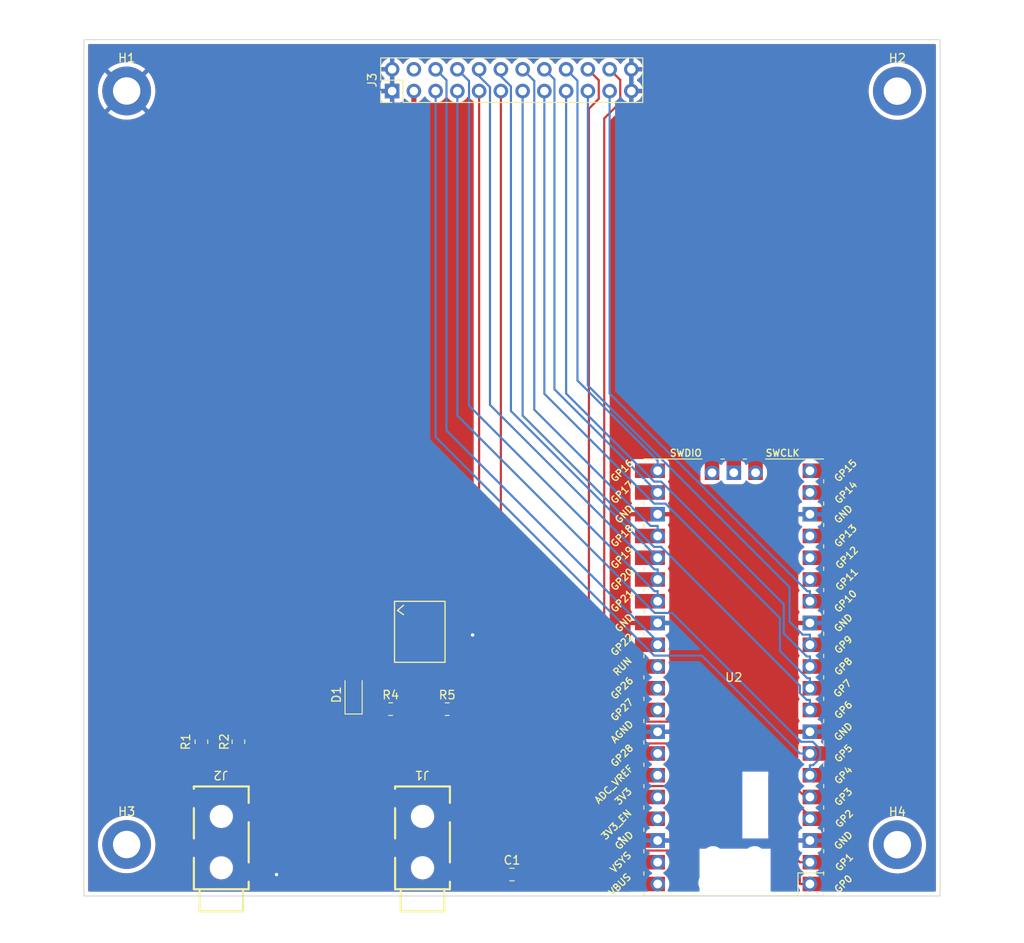
<source format=kicad_pcb>
(kicad_pcb (version 20211014) (generator pcbnew)
  (layers (0 "F.Cu" signal) (31 "B.Cu" signal) (34 "B.Paste" user) (35 "F.Paste" user) (36 "B.SilkS" user "B.Silkscreen") (37 "F.SilkS" user "F.Silkscreen") (38 "B.Mask" user) (39 "F.Mask" user) (44 "Edge.Cuts" user))
  (net 0 "")
  (net 1 "GND")
  (net 3 "+3V3")
  (net 5 "/SCL1")
  (net 6 "/LED_4")
  (net 7 "/SDA1")
  (net 8 "/LED_3")
  (net 9 "/LED_2")
  (net 10 "/BTN_4")
  (net 11 "/LED_1")
  (net 12 "/BTN_3")
  (net 13 "/BTN_2")
  (net 14 "/BTN_5")
  (net 15 "/BTN_1")
  (net 16 "/BTN_6")
  (net 17 "/LED_5")
  (net 18 "/BTN_7")
  (net 19 "/LED_6")
  (net 20 "/SCL2")
  (net 21 "/LED_7")
  (net 22 "/SDA2")
  (net 23 "/Tx")
  (net 25 "/Rx")
  (net 40 "Net-(J1-Pad1)")
  (net 41 "Net-(D1-Pad1)")
  (net 42 "Net-(D1-Pad2)")
  (net 43 "Net-(R4-Pad2)")
  (net 44 "Net-(R1-Pad2)")
  (net 45 "Net-(R2-Pad1)")
  (footprint "Resistor_SMD:R_0805_2012Metric" (layer "F.Cu") (at 106.934 122.682)
    (fp_text reference "R5" (at 0 -1.65) (layer "F.SilkS"))
    (fp_text value "270R")
    (fp_line (start -0.227064 0.735) (end 0.227064 0.735) (layer "F.SilkS") (width 0.12))
    (fp_line (start -0.227064 -0.735) (end 0.227064 -0.735) (layer "F.SilkS") (width 0.12))
    (pad "1" smd roundrect (at -0.9125 0) (size 1.025 1.4) (layers "F.Cu" "F.Paste" "F.Mask") (roundrect_rratio 0.243902439) (net 3 "+3V3"))
    (pad "2" smd roundrect (at 0.9125 0) (size 1.025 1.4) (layers "F.Cu" "F.Paste" "F.Mask") (roundrect_rratio 0.243902439) (net 25 "/Rx"))
  )
  (footprint "Connector_PinHeader_2.54mm:PinHeader_2x12_P2.54mm_Vertical" (layer "F.Cu") (at 100.5 50.5 90)
    (fp_text reference "J3" (at 1.27 -2.33 90) (layer "F.SilkS"))
    (fp_text value "Conn_02x12_Top_Bottom")
    (fp_line (start -1.33 0) (end -1.33 -1.33) (layer "F.SilkS") (width 0.12))
    (fp_line (start 1.27 1.27) (end 1.27 -1.33) (layer "F.SilkS") (width 0.12))
    (fp_line (start 1.27 -1.33) (end 3.87 -1.33) (layer "F.SilkS") (width 0.12))
    (fp_line (start -1.33 1.27) (end -1.33 29.27) (layer "F.SilkS") (width 0.12))
    (fp_line (start 3.87 -1.33) (end 3.87 29.27) (layer "F.SilkS") (width 0.12))
    (fp_line (start -1.33 -1.33) (end 0 -1.33) (layer "F.SilkS") (width 0.12))
    (fp_line (start -1.33 1.27) (end 1.27 1.27) (layer "F.SilkS") (width 0.12))
    (fp_line (start -1.33 29.27) (end 3.87 29.27) (layer "F.SilkS") (width 0.12))
    (pad "1" thru_hole rect (at 0 0 90) (size 1.7 1.7) (drill 1) (layers *.Cu *.Mask) (net 1 "GND"))
    (pad "2" thru_hole oval (at 2.54 0 90) (size 1.7 1.7) (drill 1) (layers *.Cu *.Mask) (net 1 "GND"))
    (pad "3" thru_hole oval (at 0 2.54 90) (size 1.7 1.7) (drill 1) (layers *.Cu *.Mask) (net 3 "+3V3"))
    (pad "4" thru_hole oval (at 2.54 2.54 90) (size 1.7 1.7) (drill 1) (layers *.Cu *.Mask))
    (pad "5" thru_hole oval (at 0 5.08 90) (size 1.7 1.7) (drill 1) (layers *.Cu *.Mask) (net 5 "/SCL1"))
    (pad "6" thru_hole oval (at 2.54 5.08 90) (size 1.7 1.7) (drill 1) (layers *.Cu *.Mask) (net 6 "/LED_4"))
    (pad "7" thru_hole oval (at 0 7.62 90) (size 1.7 1.7) (drill 1) (layers *.Cu *.Mask) (net 7 "/SDA1"))
    (pad "8" thru_hole oval (at 2.54 7.62 90) (size 1.7 1.7) (drill 1) (layers *.Cu *.Mask) (net 8 "/LED_3"))
    (pad "9" thru_hole oval (at 0 10.16 90) (size 1.7 1.7) (drill 1) (layers *.Cu *.Mask) (net 9 "/LED_2"))
    (pad "10" thru_hole oval (at 2.54 10.16 90) (size 1.7 1.7) (drill 1) (layers *.Cu *.Mask) (net 10 "/BTN_4"))
    (pad "11" thru_hole oval (at 0 12.7 90) (size 1.7 1.7) (drill 1) (layers *.Cu *.Mask) (net 11 "/LED_1"))
    (pad "12" thru_hole oval (at 2.54 12.7 90) (size 1.7 1.7) (drill 1) (layers *.Cu *.Mask) (net 12 "/BTN_3"))
    (pad "13" thru_hole oval (at 0 15.24 90) (size 1.7 1.7) (drill 1) (layers *.Cu *.Mask) (net 13 "/BTN_2"))
    (pad "14" thru_hole oval (at 2.54 15.24 90) (size 1.7 1.7) (drill 1) (layers *.Cu *.Mask) (net 14 "/BTN_5"))
    (pad "15" thru_hole oval (at 0 17.78 90) (size 1.7 1.7) (drill 1) (layers *.Cu *.Mask) (net 15 "/BTN_1"))
    (pad "16" thru_hole oval (at 2.54 17.78 90) (size 1.7 1.7) (drill 1) (layers *.Cu *.Mask) (net 16 "/BTN_6"))
    (pad "17" thru_hole oval (at 0 20.32 90) (size 1.7 1.7) (drill 1) (layers *.Cu *.Mask) (net 17 "/LED_5"))
    (pad "18" thru_hole oval (at 2.54 20.32 90) (size 1.7 1.7) (drill 1) (layers *.Cu *.Mask) (net 18 "/BTN_7"))
    (pad "19" thru_hole oval (at 0 22.86 90) (size 1.7 1.7) (drill 1) (layers *.Cu *.Mask) (net 19 "/LED_6"))
    (pad "20" thru_hole oval (at 2.54 22.86 90) (size 1.7 1.7) (drill 1) (layers *.Cu *.Mask) (net 20 "/SCL2"))
    (pad "21" thru_hole oval (at 0 25.4 90) (size 1.7 1.7) (drill 1) (layers *.Cu *.Mask) (net 21 "/LED_7"))
    (pad "22" thru_hole oval (at 2.54 25.4 90) (size 1.7 1.7) (drill 1) (layers *.Cu *.Mask) (net 22 "/SDA2"))
    (pad "23" thru_hole oval (at 0 27.94 90) (size 1.7 1.7) (drill 1) (layers *.Cu *.Mask) (net 1 "GND"))
    (pad "24" thru_hole oval (at 2.54 27.94 90) (size 1.7 1.7) (drill 1) (layers *.Cu *.Mask) (net 1 "GND"))
  )
  (footprint "MountingHole:MountingHole_3.2mm_M3_ISO7380_Pad" (layer "F.Cu") (at 69.5 138.49)
    (fp_text reference "H3" (at 0 -3.85) (layer "F.SilkS"))
    (fp_text value "MountingHole_3.2mm_M3_ISO7380_Pad")
    (pad "1" thru_hole circle (at 0 0) (size 5.7 5.7) (drill 3.2) (layers *.Cu *.Mask))
  )
  (footprint "MountingHole:MountingHole_3.2mm_M3_ISO7380_Pad" (layer "F.Cu") (at 159.5 138.51)
    (fp_text reference "H4" (at 0 -3.85) (layer "F.SilkS"))
    (fp_text value "MountingHole_3.2mm_M3_ISO7380_Pad")
    (pad "1" thru_hole circle (at 0 0) (size 5.7 5.7) (drill 3.2) (layers *.Cu *.Mask))
  )
  (footprint "Capacitor_SMD:C_0805_2012Metric" (layer "F.Cu") (at 114.5 142)
    (fp_text reference "C1" (at 0 -1.68) (layer "F.SilkS"))
    (fp_text value "100n")
    (fp_line (start -0.261252 -0.735) (end 0.261252 -0.735) (layer "F.SilkS") (width 0.12))
    (fp_line (start -0.261252 0.735) (end 0.261252 0.735) (layer "F.SilkS") (width 0.12))
    (pad "1" smd roundrect (at -0.95 0) (size 1 1.45) (layers "F.Cu" "F.Paste" "F.Mask") (net 40 "Net-(J1-Pad1)"))
    (pad "2" smd roundrect (at 0.95 0) (size 1 1.45) (layers "F.Cu" "F.Paste" "F.Mask") (net 1 "GND"))
  )
  (footprint "MountingHole:MountingHole_3.2mm_M3_ISO7380_Pad" (layer "F.Cu") (at 159.5 50.51)
    (fp_text reference "H2" (at 0 -3.85) (layer "F.SilkS"))
    (fp_text value "MountingHole_3.2mm_M3_ISO7380_Pad")
    (pad "1" thru_hole circle (at 0 0) (size 5.7 5.7) (drill 3.2) (layers *.Cu *.Mask))
  )
  (footprint "Resistor_SMD:R_0805_2012Metric" (layer "F.Cu") (at 82.55 126.492 90)
    (fp_text reference "R2" (at 0 -1.65 90) (layer "F.SilkS"))
    (fp_text value "10R")
    (fp_line (start -0.227064 -0.735) (end 0.227064 -0.735) (layer "F.SilkS") (width 0.12))
    (fp_line (start -0.227064 0.735) (end 0.227064 0.735) (layer "F.SilkS") (width 0.12))
    (pad "1" smd roundrect (at -0.9125 0 90) (size 1.025 1.4) (layers "F.Cu" "F.Paste" "F.Mask") (roundrect_rratio 0.243902439) (net 45 "Net-(R2-Pad1)"))
    (pad "2" smd roundrect (at 0.9125 0 90) (size 1.025 1.4) (layers "F.Cu" "F.Paste" "F.Mask") (roundrect_rratio 0.243902439) (net 23 "/Tx"))
  )
  (footprint "MCU_RaspberryPi_and_Boards:RPi_Pico_SMD_TH" (layer "F.Cu") (at 140.4 118.97 180)
    (fp_text reference "U2" (at 0 0) (layer "F.SilkS"))
    (fp_text value "Pico")
    (fp_text user "GP14" (at -13.1 21.59 45) (layer "F.SilkS") (effects (font (size 0.8 0.8))))
    (fp_text user "GND" (at -12.8 -19.05 45) (layer "F.SilkS") (effects (font (size 0.8 0.8))))
    (fp_text user "3V3_EN" (at 13.7 -17.2 45) (layer "F.SilkS") (effects (font (size 0.8 0.8))))
    (fp_text user "ADC_VREF" (at 14 -12.5 45) (layer "F.SilkS") (effects (font (size 0.8 0.8))))
    (fp_text user "GP28" (at 13.054 -9.144 45) (layer "F.SilkS") (effects (font (size 0.8 0.8))))
    (fp_text user "GND" (at 12.8 -19.05 45) (layer "F.SilkS") (effects (font (size 0.8 0.8))))
    (fp_text user "GP5" (at -12.8 -8.89 45) (layer "F.SilkS") (effects (font (size 0.8 0.8))))
    (fp_text user "GP15" (at -13.054 24.13 45) (layer "F.SilkS") (effects (font (size 0.8 0.8))))
    (fp_text user "GND" (at -12.8 19.05 45) (layer "F.SilkS") (effects (font (size 0.8 0.8))))
    (fp_text user "GP4" (at -12.8 -11.43 45) (layer "F.SilkS") (effects (font (size 0.8 0.8))))
    (fp_text user "GP6" (at -12.8 -3.81 45) (layer "F.SilkS") (effects (font (size 0.8 0.8))))
    (fp_text user "GND" (at -12.8 -6.35 45) (layer "F.SilkS") (effects (font (size 0.8 0.8))))
    (fp_text user "SWCLK" (at -5.7 26.2) (layer "F.SilkS") (effects (font (size 0.8 0.8))))
    (fp_text user "GND" (at 12.8 6.35 45) (layer "F.SilkS") (effects (font (size 0.8 0.8))))
    (fp_text user "GP19" (at 13.054 13.97 45) (layer "F.SilkS") (effects (font (size 0.8 0.8))))
    (fp_text user "GP1" (at -12.9 -21.6 45) (layer "F.SilkS") (effects (font (size 0.8 0.8))))
    (fp_text user "GP3" (at -12.8 -13.97 45) (layer "F.SilkS") (effects (font (size 0.8 0.8))))
    (fp_text user "GP8" (at -12.8 1.27 45) (layer "F.SilkS") (effects (font (size 0.8 0.8))))
    (fp_text user "GP0" (at -12.8 -24.13 45) (layer "F.SilkS") (effects (font (size 0.8 0.8))))
    (fp_text user "GP10" (at -13.054 8.89 45) (layer "F.SilkS") (effects (font (size 0.8 0.8))))
    (fp_text user "GP9" (at -12.8 3.81 45) (layer "F.SilkS") (effects (font (size 0.8 0.8))))
    (fp_text user "GP12" (at -13.2 13.97 45) (layer "F.SilkS") (effects (font (size 0.8 0.8))))
    (fp_text user "GP7" (at -12.7 -1.3 45) (layer "F.SilkS") (effects (font (size 0.8 0.8))))
    (fp_text user "GP2" (at -12.9 -16.51 45) (layer "F.SilkS") (effects (font (size 0.8 0.8))))
    (fp_text user "GP13" (at -13.054 16.51 45) (layer "F.SilkS") (effects (font (size 0.8 0.8))))
    (fp_text user "VBUS" (at 13.3 -24.2 45) (layer "F.SilkS") (effects (font (size 0.8 0.8))))
    (fp_text user "GP21" (at 13.054 8.9 45) (layer "F.SilkS") (effects (font (size 0.8 0.8))))
    (fp_text user "GND" (at -12.8 6.35 45) (layer "F.SilkS") (effects (font (size 0.8 0.8))))
    (fp_text user "GP27" (at 13.054 -3.8 45) (layer "F.SilkS") (effects (font (size 0.8 0.8))))
    (fp_text user "3V3" (at 12.9 -13.9 45) (layer "F.SilkS") (effects (font (size 0.8 0.8))))
    (fp_text user "RUN" (at 13 1.27 45) (layer "F.SilkS") (effects (font (size 0.8 0.8))))
    (fp_text user "SWDIO" (at 5.6 26.2) (layer "F.SilkS") (effects (font (size 0.8 0.8))))
    (fp_text user "GP26" (at 13.054 -1.27 45) (layer "F.SilkS") (effects (font (size 0.8 0.8))))
    (fp_text user "AGND" (at 13.054 -6.35 45) (layer "F.SilkS") (effects (font (size 0.8 0.8))))
    (fp_text user "GP16" (at 13.054 24.13 45) (layer "F.SilkS") (effects (font (size 0.8 0.8))))
    (fp_text user "GP18" (at 13.054 16.51 45) (layer "F.SilkS") (effects (font (size 0.8 0.8))))
    (fp_text user "GP22" (at 13.054 3.81 45) (layer "F.SilkS") (effects (font (size 0.8 0.8))))
    (fp_text user "VSYS" (at 13.2 -21.59 45) (layer "F.SilkS") (effects (font (size 0.8 0.8))))
    (fp_text user "GP20" (at 13.054 11.43 45) (layer "F.SilkS") (effects (font (size 0.8 0.8))))
    (fp_text user "GND" (at 12.8 19.05 45) (layer "F.SilkS") (effects (font (size 0.8 0.8))))
    (fp_text user "GP17" (at 13.054 21.59 45) (layer "F.SilkS") (effects (font (size 0.8 0.8))))
    (fp_text user "GP11" (at -13.2 11.43 45) (layer "F.SilkS") (effects (font (size 0.8 0.8))))
    (fp_line (start 10.5 25.5) (end 3.7 25.5) (layer "F.SilkS") (width 0.12))
    (fp_line (start -10.5 -18) (end -10.5 -17.6) (layer "F.SilkS") (width 0.12))
    (fp_line (start -10.5 -0.2) (end -10.5 0.2) (layer "F.SilkS") (width 0.12))
    (fp_line (start -10.5 -20.5) (end -10.5 -20.1) (layer "F.SilkS") (width 0.12))
    (fp_line (start -10.5 -22.833) (end -7.493 -22.833) (layer "F.SilkS") (width 0.12))
    (fp_line (start -10.5 -10.4) (end -10.5 -10) (layer "F.SilkS") (width 0.12))
    (fp_line (start -10.5 -5.3) (end -10.5 -4.9) (layer "F.SilkS") (width 0.12))
    (fp_line (start -10.5 2.3) (end -10.5 2.7) (layer "F.SilkS") (width 0.12))
    (fp_line (start 10.5 -23.1) (end 10.5 -22.7) (layer "F.SilkS") (width 0.12))
    (fp_line (start -10.5 -12.9) (end -10.5 -12.5) (layer "F.SilkS") (width 0.12))
    (fp_line (start 10.5 10) (end 10.5 10.4) (layer "F.SilkS") (width 0.12))
    (fp_line (start 10.5 -10.4) (end 10.5 -10) (layer "F.SilkS") (width 0.12))
    (fp_line (start 10.5 7.4) (end 10.5 7.8) (layer "F.SilkS") (width 0.12))
    (fp_line (start 10.5 -2.7) (end 10.5 -2.3) (layer "F.SilkS") (width 0.12))
    (fp_line (start -10.5 17.6) (end -10.5 18) (layer "F.SilkS") (width 0.12))
    (fp_line (start -10.5 4.9) (end -10.5 5.3) (layer "F.SilkS") (width 0.12))
    (fp_line (start 10.5 22.7) (end 10.5 23.1) (layer "F.SilkS") (width 0.12))
    (fp_line (start -10.5 -2.7) (end -10.5 -2.3) (layer "F.SilkS") (width 0.12))
    (fp_line (start -1.5 25.5) (end -1.1 25.5) (layer "F.SilkS") (width 0.12))
    (fp_line (start -10.5 -7.8) (end -10.5 -7.4) (layer "F.SilkS") (width 0.12))
    (fp_line (start 10.5 2.3) (end 10.5 2.7) (layer "F.SilkS") (width 0.12))
    (fp_line (start 10.5 12.5) (end 10.5 12.9) (layer "F.SilkS") (width 0.12))
    (fp_line (start -10.5 10) (end -10.5 10.4) (layer "F.SilkS") (width 0.12))
    (fp_line (start -3.7 25.5) (end -10.5 25.5) (layer "F.SilkS") (width 0.12))
    (fp_line (start 10.5 15.1) (end 10.5 15.5) (layer "F.SilkS") (width 0.12))
    (fp_line (start -10.5 -15.4) (end -10.5 -15) (layer "F.SilkS") (width 0.12))
    (fp_line (start 10.5 4.9) (end 10.5 5.3) (layer "F.SilkS") (width 0.12))
    (fp_line (start -10.5 -25.5) (end -10.5 -25.2) (layer "F.SilkS") (width 0.12))
    (fp_line (start 10.5 20.1) (end 10.5 20.5) (layer "F.SilkS") (width 0.12))
    (fp_line (start 10.5 -5.3) (end 10.5 -4.9) (layer "F.SilkS") (width 0.12))
    (fp_line (start -10.5 -25.5) (end 10.5 -25.5) (layer "F.SilkS") (width 0.12))
    (fp_line (start 10.5 17.6) (end 10.5 18) (layer "F.SilkS") (width 0.12))
    (fp_line (start 10.5 -18) (end 10.5 -17.6) (layer "F.SilkS") (width 0.12))
    (fp_line (start -7.493 -22.833) (end -7.493 -25.5) (layer "F.SilkS") (width 0.12))
    (fp_line (start 10.5 -15.4) (end 10.5 -15) (layer "F.SilkS") (width 0.12))
    (fp_line (start -10.5 20.1) (end -10.5 20.5) (layer "F.SilkS") (width 0.12))
    (fp_line (start -10.5 7.4) (end -10.5 7.8) (layer "F.SilkS") (width 0.12))
    (fp_line (start 1.1 25.5) (end 1.5 25.5) (layer "F.SilkS") (width 0.12))
    (fp_line (start -10.5 15.1) (end -10.5 15.5) (layer "F.SilkS") (width 0.12))
    (fp_line (start -10.5 -23.1) (end -10.5 -22.7) (layer "F.SilkS") (width 0.12))
    (fp_line (start 10.5 -20.5) (end 10.5 -20.1) (layer "F.SilkS") (width 0.12))
    (fp_line (start -10.5 22.7) (end -10.5 23.1) (layer "F.SilkS") (width 0.12))
    (fp_line (start 10.5 -0.2) (end 10.5 0.2) (layer "F.SilkS") (width 0.12))
    (fp_line (start 10.5 -7.8) (end 10.5 -7.4) (layer "F.SilkS") (width 0.12))
    (fp_line (start 10.5 -12.9) (end 10.5 -12.5) (layer "F.SilkS") (width 0.12))
    (fp_line (start 10.5 -25.5) (end 10.5 -25.2) (layer "F.SilkS") (width 0.12))
    (fp_line (start -10.5 12.5) (end -10.5 12.9) (layer "F.SilkS") (width 0.12))
    (pad "" np_thru_hole oval (at -2.725 -24 180) (size 1.8 1.8) (drill 1.8) (layers *.Cu *.Mask))
    (pad "" np_thru_hole oval (at -2.425 -20.97 180) (size 1.5 1.5) (drill 1.5) (layers *.Cu *.Mask))
    (pad "" np_thru_hole oval (at 2.425 -20.97 180) (size 1.5 1.5) (drill 1.5) (layers *.Cu *.Mask))
    (pad "" np_thru_hole oval (at 2.725 -24 180) (size 1.8 1.8) (drill 1.8) (layers *.Cu *.Mask))
    (pad "1" thru_hole oval (at -8.89 -24.13 180) (size 1.7 1.7) (drill 1.02) (layers *.Cu *.Mask) (net 23 "/Tx"))
    (pad "1" smd rect (at -8.89 -24.13 180) (size 3.5 1.7) (drill (offset -0.9 0)) (layers "F.Cu" "F.Mask") (net 23 "/Tx"))
    (pad "2" smd rect (at -8.89 -21.59 180) (size 3.5 1.7) (drill (offset -0.9 0)) (layers "F.Cu" "F.Mask") (net 25 "/Rx"))
    (pad "2" thru_hole oval (at -8.89 -21.59 180) (size 1.7 1.7) (drill 1.02) (layers *.Cu *.Mask) (net 25 "/Rx"))
    (pad "3" smd rect (at -8.89 -19.05 180) (size 3.5 1.7) (drill (offset -0.9 0)) (layers "F.Cu" "F.Mask") (net 1 "GND"))
    (pad "3" thru_hole rect (at -8.89 -19.05 180) (size 1.7 1.7) (drill 1.02) (layers *.Cu *.Mask) (net 1 "GND"))
    (pad "4" smd rect (at -8.89 -16.51 180) (size 3.5 1.7) (drill (offset -0.9 0)) (layers "F.Cu" "F.Mask") (net 9 "/LED_2"))
    (pad "4" thru_hole oval (at -8.89 -16.51 180) (size 1.7 1.7) (drill 1.02) (layers *.Cu *.Mask) (net 9 "/LED_2"))
    (pad "5" smd rect (at -8.89 -13.97 180) (size 3.5 1.7) (drill (offset -0.9 0)) (layers "F.Cu" "F.Mask") (net 11 "/LED_1"))
    (pad "5" thru_hole oval (at -8.89 -13.97 180) (size 1.7 1.7) (drill 1.02) (layers *.Cu *.Mask) (net 11 "/LED_1"))
    (pad "6" smd rect (at -8.89 -11.43 180) (size 3.5 1.7) (drill (offset -0.9 0)) (layers "F.Cu" "F.Mask") (net 7 "/SDA1"))
    (pad "6" thru_hole oval (at -8.89 -11.43 180) (size 1.7 1.7) (drill 1.02) (layers *.Cu *.Mask) (net 7 "/SDA1"))
    (pad "7" smd rect (at -8.89 -8.89 180) (size 3.5 1.7) (drill (offset -0.9 0)) (layers "F.Cu" "F.Mask") (net 5 "/SCL1"))
    (pad "7" thru_hole oval (at -8.89 -8.89 180) (size 1.7 1.7) (drill 1.02) (layers *.Cu *.Mask) (net 5 "/SCL1"))
    (pad "8" smd rect (at -8.89 -6.35 180) (size 3.5 1.7) (drill (offset -0.9 0)) (layers "F.Cu" "F.Mask") (net 1 "GND"))
    (pad "8" thru_hole rect (at -8.89 -6.35 180) (size 1.7 1.7) (drill 1.02) (layers *.Cu *.Mask) (net 1 "GND"))
    (pad "9" smd rect (at -8.89 -3.81 180) (size 3.5 1.7) (drill (offset -0.9 0)) (layers "F.Cu" "F.Mask") (net 13 "/BTN_2"))
    (pad "9" thru_hole oval (at -8.89 -3.81 180) (size 1.7 1.7) (drill 1.02) (layers *.Cu *.Mask) (net 13 "/BTN_2"))
    (pad "10" thru_hole oval (at -8.89 -1.27 180) (size 1.7 1.7) (drill 1.02) (layers *.Cu *.Mask) (net 15 "/BTN_1"))
    (pad "10" smd rect (at -8.89 -1.27 180) (size 3.5 1.7) (drill (offset -0.9 0)) (layers "F.Cu" "F.Mask") (net 15 "/BTN_1"))
    (pad "11" smd rect (at -8.89 1.27 180) (size 3.5 1.7) (drill (offset -0.9 0)) (layers "F.Cu" "F.Mask") (net 17 "/LED_5"))
    (pad "11" thru_hole oval (at -8.89 1.27 180) (size 1.7 1.7) (drill 1.02) (layers *.Cu *.Mask) (net 17 "/LED_5"))
    (pad "12" thru_hole oval (at -8.89 3.81 180) (size 1.7 1.7) (drill 1.02) (layers *.Cu *.Mask) (net 19 "/LED_6"))
    (pad "12" smd rect (at -8.89 3.81 180) (size 3.5 1.7) (drill (offset -0.9 0)) (layers "F.Cu" "F.Mask") (net 19 "/LED_6"))
    (pad "13" smd rect (at -8.89 6.35 180) (size 3.5 1.7) (drill (offset -0.9 0)) (layers "F.Cu" "F.Mask") (net 1 "GND"))
    (pad "13" thru_hole rect (at -8.89 6.35 180) (size 1.7 1.7) (drill 1.02) (layers *.Cu *.Mask) (net 1 "GND"))
    (pad "14" thru_hole oval (at -8.89 8.89 180) (size 1.7 1.7) (drill 1.02) (layers *.Cu *.Mask) (net 21 "/LED_7"))
    (pad "14" smd rect (at -8.89 8.89 180) (size 3.5 1.7) (drill (offset -0.9 0)) (layers "F.Cu" "F.Mask") (net 21 "/LED_7"))
    (pad "15" smd rect (at -8.89 11.43 180) (size 3.5 1.7) (drill (offset -0.9 0)) (layers "F.Cu" "F.Mask"))
    (pad "15" thru_hole oval (at -8.89 11.43 180) (size 1.7 1.7) (drill 1.02) (layers *.Cu *.Mask))
    (pad "16" thru_hole oval (at -8.89 13.97 180) (size 1.7 1.7) (drill 1.02) (layers *.Cu *.Mask))
    (pad "16" smd rect (at -8.89 13.97 180) (size 3.5 1.7) (drill (offset -0.9 0)) (layers "F.Cu" "F.Mask"))
    (pad "17" thru_hole oval (at -8.89 16.51 180) (size 1.7 1.7) (drill 1.02) (layers *.Cu *.Mask))
    (pad "17" smd rect (at -8.89 16.51 180) (size 3.5 1.7) (drill (offset -0.9 0)) (layers "F.Cu" "F.Mask"))
    (pad "18" smd rect (at -8.89 19.05 180) (size 3.5 1.7) (drill (offset -0.9 0)) (layers "F.Cu" "F.Mask") (net 1 "GND"))
    (pad "18" thru_hole rect (at -8.89 19.05 180) (size 1.7 1.7) (drill 1.02) (layers *.Cu *.Mask) (net 1 "GND"))
    (pad "19" smd rect (at -8.89 21.59 180) (size 3.5 1.7) (drill (offset -0.9 0)) (layers "F.Cu" "F.Mask"))
    (pad "19" thru_hole oval (at -8.89 21.59 180) (size 1.7 1.7) (drill 1.02) (layers *.Cu *.Mask))
    (pad "20" thru_hole oval (at -8.89 24.13 180) (size 1.7 1.7) (drill 1.02) (layers *.Cu *.Mask))
    (pad "20" smd rect (at -8.89 24.13 180) (size 3.5 1.7) (drill (offset -0.9 0)) (layers "F.Cu" "F.Mask"))
    (pad "21" thru_hole oval (at 8.89 24.13 180) (size 1.7 1.7) (drill 1.02) (layers *.Cu *.Mask) (net 18 "/BTN_7"))
    (pad "21" smd rect (at 8.89 24.13 180) (size 3.5 1.7) (drill (offset 0.9 0)) (layers "F.Cu" "F.Mask") (net 18 "/BTN_7"))
    (pad "22" smd rect (at 8.89 21.59 180) (size 3.5 1.7) (drill (offset 0.9 0)) (layers "F.Cu" "F.Mask") (net 16 "/BTN_6"))
    (pad "22" thru_hole oval (at 8.89 21.59 180) (size 1.7 1.7) (drill 1.02) (layers *.Cu *.Mask) (net 16 "/BTN_6"))
    (pad "23" thru_hole rect (at 8.89 19.05 180) (size 1.7 1.7) (drill 1.02) (layers *.Cu *.Mask) (net 1 "GND"))
    (pad "23" smd rect (at 8.89 19.05 180) (size 3.5 1.7) (drill (offset 0.9 0)) (layers "F.Cu" "F.Mask") (net 1 "GND"))
    (pad "24" thru_hole oval (at 8.89 16.51 180) (size 1.7 1.7) (drill 1.02) (layers *.Cu *.Mask) (net 14 "/BTN_5"))
    (pad "24" smd rect (at 8.89 16.51 180) (size 3.5 1.7) (drill (offset 0.9 0)) (layers "F.Cu" "F.Mask") (net 14 "/BTN_5"))
    (pad "25" smd rect (at 8.89 13.97 180) (size 3.5 1.7) (drill (offset 0.9 0)) (layers "F.Cu" "F.Mask") (net 12 "/BTN_3"))
    (pad "25" thru_hole oval (at 8.89 13.97 180) (size 1.7 1.7) (drill 1.02) (layers *.Cu *.Mask) (net 12 "/BTN_3"))
    (pad "26" thru_hole oval (at 8.89 11.43 180) (size 1.7 1.7) (drill 1.02) (layers *.Cu *.Mask) (net 10 "/BTN_4"))
    (pad "26" smd rect (at 8.89 11.43 180) (size 3.5 1.7) (drill (offset 0.9 0)) (layers "F.Cu" "F.Mask") (net 10 "/BTN_4"))
    (pad "27" smd rect (at 8.89 8.89 180) (size 3.5 1.7) (drill (offset 0.9 0)) (layers "F.Cu" "F.Mask") (net 8 "/LED_3"))
    (pad "27" thru_hole oval (at 8.89 8.89 180) (size 1.7 1.7) (drill 1.02) (layers *.Cu *.Mask) (net 8 "/LED_3"))
    (pad "28" smd rect (at 8.89 6.35 180) (size 3.5 1.7) (drill (offset 0.9 0)) (layers "F.Cu" "F.Mask") (net 1 "GND"))
    (pad "28" thru_hole rect (at 8.89 6.35 180) (size 1.7 1.7) (drill 1.02) (layers *.Cu *.Mask) (net 1 "GND"))
    (pad "29" smd rect (at 8.89 3.81 180) (size 3.5 1.7) (drill (offset 0.9 0)) (layers "F.Cu" "F.Mask") (net 6 "/LED_4"))
    (pad "29" thru_hole oval (at 8.89 3.81 180) (size 1.7 1.7) (drill 1.02) (layers *.Cu *.Mask) (net 6 "/LED_4"))
    (pad "30" thru_hole oval (at 8.89 1.27 180) (size 1.7 1.7) (drill 1.02) (layers *.Cu *.Mask))
    (pad "30" smd rect (at 8.89 1.27 180) (size 3.5 1.7) (drill (offset 0.9 0)) (layers "F.Cu" "F.Mask"))
    (pad "31" thru_hole oval (at 8.89 -1.27 180) (size 1.7 1.7) (drill 1.02) (layers *.Cu *.Mask) (net 22 "/SDA2"))
    (pad "31" smd rect (at 8.89 -1.27 180) (size 3.5 1.7) (drill (offset 0.9 0)) (layers "F.Cu" "F.Mask") (net 22 "/SDA2"))
    (pad "32" smd rect (at 8.89 -3.81 180) (size 3.5 1.7) (drill (offset 0.9 0)) (layers "F.Cu" "F.Mask") (net 20 "/SCL2"))
    (pad "32" thru_hole oval (at 8.89 -3.81 180) (size 1.7 1.7) (drill 1.02) (layers *.Cu *.Mask) (net 20 "/SCL2"))
    (pad "33" smd rect (at 8.89 -6.35 180) (size 3.5 1.7) (drill (offset 0.9 0)) (layers "F.Cu" "F.Mask") (net 1 "GND"))
    (pad "33" thru_hole rect (at 8.89 -6.35 180) (size 1.7 1.7) (drill 1.02) (layers *.Cu *.Mask) (net 1 "GND"))
    (pad "34" thru_hole oval (at 8.89 -8.89 180) (size 1.7 1.7) (drill 1.02) (layers *.Cu *.Mask))
    (pad "34" smd rect (at 8.89 -8.89 180) (size 3.5 1.7) (drill (offset 0.9 0)) (layers "F.Cu" "F.Mask"))
    (pad "35" thru_hole oval (at 8.89 -11.43 180) (size 1.7 1.7) (drill 1.02) (layers *.Cu *.Mask))
    (pad "35" smd rect (at 8.89 -11.43 180) (size 3.5 1.7) (drill (offset 0.9 0)) (layers "F.Cu" "F.Mask"))
    (pad "36" smd rect (at 8.89 -13.97 180) (size 3.5 1.7) (drill (offset 0.9 0)) (layers "F.Cu" "F.Mask") (net 3 "+3V3"))
    (pad "36" thru_hole oval (at 8.89 -13.97 180) (size 1.7 1.7) (drill 1.02) (layers *.Cu *.Mask) (net 3 "+3V3"))
    (pad "37" smd rect (at 8.89 -16.51 180) (size 3.5 1.7) (drill (offset 0.9 0)) (layers "F.Cu" "F.Mask"))
    (pad "37" thru_hole oval (at 8.89 -16.51 180) (size 1.7 1.7) (drill 1.02) (layers *.Cu *.Mask))
    (pad "38" smd rect (at 8.89 -19.05 180) (size 3.5 1.7) (drill (offset 0.9 0)) (layers "F.Cu" "F.Mask") (net 1 "GND"))
    (pad "38" thru_hole rect (at 8.89 -19.05 180) (size 1.7 1.7) (drill 1.02) (layers *.Cu *.Mask) (net 1 "GND"))
    (pad "39" smd rect (at 8.89 -21.59 180) (size 3.5 1.7) (drill (offset 0.9 0)) (layers "F.Cu" "F.Mask"))
    (pad "39" thru_hole oval (at 8.89 -21.59 180) (size 1.7 1.7) (drill 1.02) (layers *.Cu *.Mask))
    (pad "40" smd rect (at 8.89 -24.13 180) (size 3.5 1.7) (drill (offset 0.9 0)) (layers "F.Cu" "F.Mask"))
    (pad "40" thru_hole oval (at 8.89 -24.13 180) (size 1.7 1.7) (drill 1.02) (layers *.Cu *.Mask))
    (pad "41" smd rect (at -2.54 23.9 270) (size 3.5 1.7) (drill (offset -0.9 0)) (layers "F.Cu" "F.Mask"))
    (pad "41" thru_hole oval (at -2.54 23.9 180) (size 1.7 1.7) (drill 1.02) (layers *.Cu *.Mask))
    (pad "42" smd rect (at 0 23.9 270) (size 3.5 1.7) (drill (offset -0.9 0)) (layers "F.Cu" "F.Mask"))
    (pad "42" thru_hole rect (at 0 23.9 180) (size 1.7 1.7) (drill 1.02) (layers *.Cu *.Mask))
    (pad "43" thru_hole oval (at 2.54 23.9 180) (size 1.7 1.7) (drill 1.02) (layers *.Cu *.Mask))
    (pad "43" smd rect (at 2.54 23.9 270) (size 3.5 1.7) (drill (offset -0.9 0)) (layers "F.Cu" "F.Mask"))
  )
  (footprint "Library:Everlight_H11L1S" (layer "F.Cu") (at 103.73 113.65 -90)
    (fp_text reference "U1" hide)
    (fp_text value "H11L1" hide)
    (fp_line (start -2.5 2.6) (end -2 1.9) (layer "F.SilkS") (width 0.15))
    (fp_line (start -3.1 1.9) (end -2.5 2.6) (layer "F.SilkS") (width 0.15))
    (fp_poly (pts (xy -3.56 -2.95) (xy -3.56 2.95) (xy 3.56 2.95) (xy 3.56 -2.95)) (layer "F.SilkS") (width 0.15) (fill none))
    (pad "1" smd rect (at -2.54 3.875 270) (size 1.78 1.56) (layers "F.Cu" "F.Paste" "F.Mask") (net 41 "Net-(D1-Pad1)"))
    (pad "2" smd rect (at 0 3.875 270) (size 1.78 1.56) (layers "F.Cu" "F.Paste" "F.Mask") (net 42 "Net-(D1-Pad2)"))
    (pad "3" smd rect (at 2.54 3.875 270) (size 1.78 1.56) (layers "F.Cu" "F.Paste" "F.Mask"))
    (pad "4" smd rect (at 2.54 -3.875 270) (size 1.78 1.56) (layers "F.Cu" "F.Paste" "F.Mask") (net 25 "/Rx"))
    (pad "5" smd rect (at 0 -3.875 270) (size 1.78 1.56) (layers "F.Cu" "F.Paste" "F.Mask") (net 1 "GND"))
    (pad "6" smd rect (at -2.54 -3.875 270) (size 1.78 1.52) (layers "F.Cu" "F.Paste" "F.Mask") (net 3 "+3V3"))
  )
  (footprint "Library:PJ-327C-4A" (layer "F.Cu") (at 104 139 180)
    (fp_text reference "J1" (at 0 8.6 180 unlocked) (layer "F.SilkS"))
    (fp_text value "PJ-327C-4A")
    (fp_line (start 2.49 -7.29) (end 2.49 -6.598) (layer "F.SilkS") (width 0.254))
    (fp_line (start -3.25 2.959) (end -3.25 3.109) (layer "F.SilkS") (width 0.254))
    (fp_line (start 3.15 -4.71) (end 3.15 -1.041) (layer "F.SilkS") (width 0.254))
    (fp_line (start 3.15 7.021) (end 3.15 7.29) (layer "F.SilkS") (width 0.254))
    (fp_line (start -3.25 2.959) (end -3.25 -1.579) (layer "F.SilkS") (width 0.254))
    (fp_line (start 3.15 1.221) (end 3.15 4.759) (layer "F.SilkS") (width 0.254))
    (fp_line (start -3.25 5.371) (end -3.25 7.29) (layer "F.SilkS") (width 0.254))
    (fp_line (start -3.25 -4.71) (end 3.15 -4.71) (layer "F.SilkS") (width 0.254))
    (fp_line (start -2.59 -6.742) (end -2.59 -4.71) (layer "F.SilkS") (width 0.254))
    (fp_line (start 2.49 -6.742) (end 2.49 -4.71) (layer "F.SilkS") (width 0.254))
    (fp_line (start -3.25 7.29) (end 3.15 7.29) (layer "F.SilkS") (width 0.254))
    (fp_line (start -3.25 -3.841) (end -3.25 -4.71) (layer "F.SilkS") (width 0.254))
    (fp_line (start -2.59 -7.29) (end -2.59 -6.742) (layer "F.SilkS") (width 0.254))
    (fp_line (start -2.59 -7.29) (end 2.49 -7.29) (layer "F.SilkS") (width 0.254))
    (pad "" np_thru_hole circle (at -0.05 3.79 180) (size 1.7 1.7) (drill 1.7) (layers *.Cu *.Mask))
    (pad "" np_thru_hole circle (at -0.05 -2.21 180) (size 1.7 1.7) (drill 1.7) (layers *.Cu *.Mask))
    (pad "1" smd rect (at -3.45 -2.66 270) (size 1.8 2.8) (layers "F.Cu" "F.Paste" "F.Mask") (net 40 "Net-(J1-Pad1)"))
    (pad "2" smd rect (at -3.45 4.24 270) (size 1.8 2.8) (layers "F.Cu" "F.Paste" "F.Mask") (net 42 "Net-(D1-Pad2)"))
    (pad "3" smd rect (at 3.35 0.09 270) (size 1.8 2.5) (layers "F.Cu" "F.Paste" "F.Mask") (net 43 "Net-(R4-Pad2)"))
    (pad "4" smd rect (at 3.35 5.89 270) (size 1.8 3) (layers "F.Cu" "F.Paste" "F.Mask"))
  )
  (footprint "Resistor_SMD:R_0805_2012Metric" (layer "F.Cu") (at 100.33 122.682)
    (fp_text reference "R4" (at 0 -1.65) (layer "F.SilkS"))
    (fp_text value "220R")
    (fp_line (start -0.227064 0.735) (end 0.227064 0.735) (layer "F.SilkS") (width 0.12))
    (fp_line (start -0.227064 -0.735) (end 0.227064 -0.735) (layer "F.SilkS") (width 0.12))
    (pad "1" smd roundrect (at -0.9125 0) (size 1.025 1.4) (layers "F.Cu" "F.Paste" "F.Mask") (roundrect_rratio 0.243902439) (net 41 "Net-(D1-Pad1)"))
    (pad "2" smd roundrect (at 0.9125 0) (size 1.025 1.4) (layers "F.Cu" "F.Paste" "F.Mask") (roundrect_rratio 0.243902439) (net 43 "Net-(R4-Pad2)"))
  )
  (footprint "Resistor_SMD:R_0805_2012Metric" (layer "F.Cu") (at 78.232 126.492 -90)
    (fp_text reference "R1" (at 0 1.832 90) (layer "F.SilkS"))
    (fp_text value "33R")
    (fp_line (start -0.227064 -0.735) (end 0.227064 -0.735) (layer "F.SilkS") (width 0.12))
    (fp_line (start -0.227064 0.735) (end 0.227064 0.735) (layer "F.SilkS") (width 0.12))
    (pad "1" smd roundrect (at -0.9125 0 270) (size 1.025 1.4) (layers "F.Cu" "F.Paste" "F.Mask") (roundrect_rratio 0.243902439) (net 3 "+3V3"))
    (pad "2" smd roundrect (at 0.9125 0 270) (size 1.025 1.4) (layers "F.Cu" "F.Paste" "F.Mask") (roundrect_rratio 0.243902439) (net 44 "Net-(R1-Pad2)"))
  )
  (footprint "Diode_SMD:D_SOD-123" (layer "F.Cu") (at 96 121 90)
    (fp_text reference "D1" (at 0 -2 90) (layer "F.SilkS"))
    (fp_text value "1N4148")
    (fp_line (start -2.25 -1) (end -2.25 1) (layer "F.SilkS") (width 0.12))
    (fp_line (start -2.25 -1) (end 1.65 -1) (layer "F.SilkS") (width 0.12))
    (fp_line (start -2.25 1) (end 1.65 1) (layer "F.SilkS") (width 0.12))
    (pad "1" smd rect (at -1.65 0 90) (size 0.9 1.2) (layers "F.Cu" "F.Paste" "F.Mask") (net 41 "Net-(D1-Pad1)"))
    (pad "2" smd rect (at 1.65 0 90) (size 0.9 1.2) (layers "F.Cu" "F.Paste" "F.Mask") (net 42 "Net-(D1-Pad2)"))
  )
  (footprint "Library:PJ-327C-4A" (layer "F.Cu") (at 80.5 139 180)
    (fp_text reference "J2" (at 0 8.6 180 unlocked) (layer "F.SilkS"))
    (fp_text value "PJ-327C-4A")
    (fp_line (start -2.59 -7.29) (end -2.59 -6.742) (layer "F.SilkS") (width 0.254))
    (fp_line (start 2.49 -7.29) (end 2.49 -6.598) (layer "F.SilkS") (width 0.254))
    (fp_line (start -3.25 2.959) (end -3.25 -1.579) (layer "F.SilkS") (width 0.254))
    (fp_line (start 3.15 7.021) (end 3.15 7.29) (layer "F.SilkS") (width 0.254))
    (fp_line (start -2.59 -6.742) (end -2.59 -4.71) (layer "F.SilkS") (width 0.254))
    (fp_line (start -2.59 -7.29) (end 2.49 -7.29) (layer "F.SilkS") (width 0.254))
    (fp_line (start -3.25 -3.841) (end -3.25 -4.71) (layer "F.SilkS") (width 0.254))
    (fp_line (start 3.15 1.221) (end 3.15 4.759) (layer "F.SilkS") (width 0.254))
    (fp_line (start -3.25 7.29) (end 3.15 7.29) (layer "F.SilkS") (width 0.254))
    (fp_line (start -3.25 2.959) (end -3.25 3.109) (layer "F.SilkS") (width 0.254))
    (fp_line (start -3.25 5.371) (end -3.25 7.29) (layer "F.SilkS") (width 0.254))
    (fp_line (start -3.25 -4.71) (end 3.15 -4.71) (layer "F.SilkS") (width 0.254))
    (fp_line (start 2.49 -6.742) (end 2.49 -4.71) (layer "F.SilkS") (width 0.254))
    (fp_line (start 3.15 -4.71) (end 3.15 -1.041) (layer "F.SilkS") (width 0.254))
    (pad "" np_thru_hole circle (at -0.05 3.79 180) (size 1.7 1.7) (drill 1.7) (layers *.Cu *.Mask))
    (pad "" np_thru_hole circle (at -0.05 -2.21 180) (size 1.7 1.7) (drill 1.7) (layers *.Cu *.Mask))
    (pad "1" smd rect (at -3.45 -2.66 270) (size 1.8 2.8) (layers "F.Cu" "F.Paste" "F.Mask") (net 1 "GND"))
    (pad "2" smd rect (at -3.45 4.24 270) (size 1.8 2.8) (layers "F.Cu" "F.Paste" "F.Mask") (net 45 "Net-(R2-Pad1)"))
    (pad "3" smd rect (at 3.35 0.09 270) (size 1.8 2.5) (layers "F.Cu" "F.Paste" "F.Mask") (net 44 "Net-(R1-Pad2)"))
    (pad "4" smd rect (at 3.35 5.89 270) (size 1.8 3) (layers "F.Cu" "F.Paste" "F.Mask"))
  )
  (footprint "MountingHole:MountingHole_3.2mm_M3_ISO7380_Pad" (layer "F.Cu") (at 69.5 50.49)
    (fp_text reference "H1" (at 0 -3.85) (layer "F.SilkS"))
    (fp_text value "MountingHole_3.2mm_M3_ISO7380_Pad")
    (pad "1" thru_hole circle (at 0 0) (size 5.7 5.7) (drill 3.2) (layers *.Cu *.Mask) (net 1 "GND"))
  )
  (gr_rect (start 64.5 44.5) (end 164.5 144.5) (layer "Edge.Cuts") (width 0.1) (fill none))
  (via (at 127.03 137.8) (size 0.8) (drill 0.4) (layers "F.Cu" "B.Cu") (net 1))
  (via (at 87 142) (size 0.8) (drill 0.4) (layers "F.Cu" "B.Cu") (net 1))
  (via (at 109.9 114.02) (size 0.8) (drill 0.4) (layers "F.Cu" "B.Cu") (net 1))
  (segment (start 106.0215 122.682) (end 106.0215 122.7911) (width 0.6) (layer "F.Cu") (net 3))
  (segment (start 106.0215 122.7911) (end 116.1704 132.94) (width 0.6) (layer "F.Cu") (net 3))
  (segment (start 106.2449 111.11) (end 106.0215 111.3334) (width 0.6) (layer "F.Cu") (net 3))
  (segment (start 107.605 111.11) (end 106.2449 111.11) (width 0.6) (layer "F.Cu") (net 3))
  (segment (start 78.232 125.5795) (end 78.232 116.008) (width 0.6) (layer "F.Cu") (net 3))
  (segment (start 84.6202 109.6198) (end 103.04 109.6198) (width 0.6) (layer "F.Cu") (net 3))
  (segment (start 103.04 109.6198) (end 104.7547 109.6198) (width 0.6) (layer "F.Cu") (net 3))
  (segment (start 78.232 116.008) (end 84.6202 109.6198) (width 0.6) (layer "F.Cu") (net 3))
  (segment (start 106.0215 111.3334) (end 106.0215 122.682) (width 0.6) (layer "F.Cu") (net 3))
  (segment (start 116.1704 132.94) (end 131.51 132.94) (width 0.6) (layer "F.Cu") (net 3))
  (segment (start 104.7547 109.6198) (end 106.2449 111.11) (width 0.6) (layer "F.Cu") (net 3))
  (segment (start 103.04 109.6198) (end 103.04 50.5) (width 0.6) (layer "F.Cu") (net 3))
  (segment (start 131.101 116.43) (end 105.58 90.909) (width 0.25) (layer "B.Cu") (net 5))
  (segment (start 149.29 127.86) (end 148.1149 127.86) (width 0.25) (layer "B.Cu") (net 5))
  (segment (start 148.1149 127.86) (end 136.6849 116.43) (width 0.25) (layer "B.Cu") (net 5))
  (segment (start 136.6849 116.43) (end 131.101 116.43) (width 0.25) (layer "B.Cu") (net 5))
  (segment (start 105.58 90.909) (end 105.58 50.5) (width 0.25) (layer "B.Cu") (net 5))
  (segment (start 131.51 114.7928) (end 106.85 90.1328) (width 0.25) (layer "B.Cu") (net 6))
  (segment (start 106.85 90.1328) (end 106.85 49.23) (width 0.25) (layer "B.Cu") (net 6))
  (segment (start 106.85 49.23) (end 105.58 47.96) (width 0.25) (layer "B.Cu") (net 6))
  (segment (start 131.51 115.16) (end 131.51 114.7928) (width 0.25) (layer "B.Cu") (net 6))
  (segment (start 133.1999 111.4448) (end 131.1646 111.4448) (width 0.25) (layer "B.Cu") (net 7))
  (segment (start 148.2503 126.4952) (end 133.1999 111.4448) (width 0.25) (layer "B.Cu") (net 7))
  (segment (start 149.6572 129.2249) (end 150.5024 128.3797) (width 0.25) (layer "B.Cu") (net 7))
  (segment (start 108.12 88.4002) (end 108.12 50.5) (width 0.25) (layer "B.Cu") (net 7))
  (segment (start 150.5024 128.3797) (end 150.5024 127.3743) (width 0.25) (layer "B.Cu") (net 7))
  (segment (start 131.1646 111.4448) (end 108.12 88.4002) (width 0.25) (layer "B.Cu") (net 7))
  (segment (start 149.6233 126.4952) (end 148.2503 126.4952) (width 0.25) (layer "B.Cu") (net 7))
  (segment (start 150.5024 127.3743) (end 149.6233 126.4952) (width 0.25) (layer "B.Cu") (net 7))
  (segment (start 149.29 130.4) (end 149.29 129.2249) (width 0.25) (layer "B.Cu") (net 7))
  (segment (start 149.29 129.2249) (end 149.6572 129.2249) (width 0.25) (layer "B.Cu") (net 7))
  (segment (start 109.4816 49.3216) (end 108.12 47.96) (width 0.25) (layer "B.Cu") (net 8))
  (segment (start 131.51 110.08) (end 131.51 108.9049) (width 0.25) (layer "B.Cu") (net 8))
  (segment (start 109.4816 87.2418) (end 109.4816 49.3216) (width 0.25) (layer "B.Cu") (net 8))
  (segment (start 131.1447 108.9049) (end 109.4816 87.2418) (width 0.25) (layer "B.Cu") (net 8))
  (segment (start 131.51 108.9049) (end 131.1447 108.9049) (width 0.25) (layer "B.Cu") (net 8))
  (segment (start 146.9 132.817) (end 146.9 131.9) (width 0.25) (layer "F.Cu") (net 9))
  (segment (start 149.29 135.207) (end 146.9 132.817) (width 0.25) (layer "F.Cu") (net 9))
  (segment (start 141.6848 126.6848) (end 126.1768 126.6848) (width 0.25) (layer "F.Cu") (net 9))
  (segment (start 126.1768 126.6848) (end 110.66 111.168) (width 0.25) (layer "F.Cu") (net 9))
  (segment (start 110.66 111.168) (end 110.66 50.5) (width 0.25) (layer "F.Cu") (net 9))
  (segment (start 146.9 131.9) (end 141.6848 126.6848) (width 0.25) (layer "F.Cu") (net 9))
  (segment (start 149.29 135.48) (end 149.29 135.207) (width 0.25) (layer "F.Cu") (net 9))
  (segment (start 131.51 107.54) (end 131.51 106.3649) (width 0.25) (layer "B.Cu") (net 10))
  (segment (start 111.93 87.1521) (end 111.93 50.0399) (width 0.25) (layer "B.Cu") (net 10))
  (segment (start 131.51 106.3649) (end 131.1428 106.3649) (width 0.25) (layer "B.Cu") (net 10))
  (segment (start 131.1428 106.3649) (end 111.93 87.1521) (width 0.25) (layer "B.Cu") (net 10))
  (segment (start 111.93 50.0399) (end 110.66 48.7699) (width 0.25) (layer "B.Cu") (net 10))
  (segment (start 110.66 48.7699) (end 110.66 47.96) (width 0.25) (layer "B.Cu") (net 10))
  (segment (start 149.29 132.94) (end 148.74 132.94) (width 0.25) (layer "F.Cu") (net 11))
  (segment (start 139.9448 124.1448) (end 125.4148 124.1448) (width 0.25) (layer "F.Cu") (net 11))
  (segment (start 148.74 132.94) (end 139.9448 124.1448) (width 0.25) (layer "F.Cu") (net 11))
  (segment (start 113.2 111.93) (end 113.2 50.5) (width 0.25) (layer "F.Cu") (net 11))
  (segment (start 125.4148 124.1448) (end 113.2 111.93) (width 0.25) (layer "F.Cu") (net 11))
  (segment (start 114.3751 87.8651) (end 131.51 105) (width 0.25) (layer "B.Cu") (net 12))
  (segment (start 113.2 48.7678) (end 114.3751 49.9429) (width 0.25) (layer "B.Cu") (net 12))
  (segment (start 113.2 47.96) (end 113.2 48.7678) (width 0.25) (layer "B.Cu") (net 12))
  (segment (start 114.3751 49.9429) (end 114.3751 87.8651) (width 0.25) (layer "B.Cu") (net 12))
  (segment (start 149.29 122.78) (end 149.29 121.6049) (width 0.25) (layer "B.Cu") (net 13))
  (segment (start 148.1149 120.7971) (end 148.1149 119.9321) (width 0.25) (layer "B.Cu") (net 13))
  (segment (start 149.29 121.6049) (end 148.9227 121.6049) (width 0.25) (layer "B.Cu") (net 13))
  (segment (start 148.1149 119.9321) (end 131.9128 103.73) (width 0.25) (layer "B.Cu") (net 13))
  (segment (start 131.078 103.73) (end 115.74 88.392) (width 0.25) (layer "B.Cu") (net 13))
  (segment (start 148.9227 121.6049) (end 148.1149 120.7971) (width 0.25) (layer "B.Cu") (net 13))
  (segment (start 131.9128 103.73) (end 131.078 103.73) (width 0.25) (layer "B.Cu") (net 13))
  (segment (start 115.74 88.392) (end 115.74 50.5) (width 0.25) (layer "B.Cu") (net 13))
  (segment (start 130.6789 101.2849) (end 117.1016 87.7076) (width 0.25) (layer "B.Cu") (net 14))
  (segment (start 117.1016 49.3216) (end 115.74 47.96) (width 0.25) (layer "B.Cu") (net 14))
  (segment (start 117.1016 87.7076) (end 117.1016 49.3216) (width 0.25) (layer "B.Cu") (net 14))
  (segment (start 131.51 102.46) (end 131.51 101.2849) (width 0.25) (layer "B.Cu") (net 14))
  (segment (start 131.51 101.2849) (end 130.6789 101.2849) (width 0.25) (layer "B.Cu") (net 14))
  (segment (start 145.7869 115.8755) (end 148.9763 119.0649) (width 0.25) (layer "B.Cu") (net 15))
  (segment (start 131.1076 98.6803) (end 132.43 98.6803) (width 0.25) (layer "B.Cu") (net 15))
  (segment (start 118.28 50.5) (end 118.28 85.8527) (width 0.25) (layer "B.Cu") (net 15))
  (segment (start 149.29 120.24) (end 149.29 119.0649) (width 0.25) (layer "B.Cu") (net 15))
  (segment (start 118.28 85.8527) (end 131.1076 98.6803) (width 0.25) (layer "B.Cu") (net 15))
  (segment (start 148.9763 119.0649) (end 149.29 119.0649) (width 0.25) (layer "B.Cu") (net 15))
  (segment (start 145.7869 112.0372) (end 145.7869 115.8755) (width 0.25) (layer "B.Cu") (net 15))
  (segment (start 132.43 98.6803) (end 145.7869 112.0372) (width 0.25) (layer "B.Cu") (net 15))
  (segment (start 119.4551 49.1351) (end 119.4551 85.3251) (width 0.25) (layer "B.Cu") (net 16))
  (segment (start 118.28 47.96) (end 119.4551 49.1351) (width 0.25) (layer "B.Cu") (net 16))
  (segment (start 119.4551 85.3251) (end 131.51 97.38) (width 0.25) (layer "B.Cu") (net 16))
  (segment (start 148.9228 116.5249) (end 149.29 116.5249) (width 0.25) (layer "B.Cu") (net 17))
  (segment (start 120.82 85.82) (end 131.11 96.11) (width 0.25) (layer "B.Cu") (net 17))
  (segment (start 146.237 113.8391) (end 148.9228 116.5249) (width 0.25) (layer "B.Cu") (net 17))
  (segment (start 149.29 117.7) (end 149.29 116.5249) (width 0.25) (layer "B.Cu") (net 17))
  (segment (start 131.9192 96.11) (end 146.237 110.4278) (width 0.25) (layer "B.Cu") (net 17))
  (segment (start 120.82 50.5) (end 120.82 85.82) (width 0.25) (layer "B.Cu") (net 17))
  (segment (start 131.11 96.11) (end 131.9192 96.11) (width 0.25) (layer "B.Cu") (net 17))
  (segment (start 146.237 110.4278) (end 146.237 113.8391) (width 0.25) (layer "B.Cu") (net 17))
  (segment (start 122.1445 84.2994) (end 122.1445 49.2845) (width 0.25) (layer "B.Cu") (net 18))
  (segment (start 131.51 93.6649) (end 122.1445 84.2994) (width 0.25) (layer "B.Cu") (net 18))
  (segment (start 122.1445 49.2845) (end 120.82 47.96) (width 0.25) (layer "B.Cu") (net 18))
  (segment (start 131.51 94.84) (end 131.51 93.6649) (width 0.25) (layer "B.Cu") (net 18))
  (segment (start 149.29 115.16) (end 149.29 113.9849) (width 0.25) (layer "B.Cu") (net 19))
  (segment (start 123.36 84.8782) (end 123.36 50.5) (width 0.25) (layer "B.Cu") (net 19))
  (segment (start 148.445 113.9849) (end 146.9122 112.4521) (width 0.25) (layer "B.Cu") (net 19))
  (segment (start 149.29 113.9849) (end 148.445 113.9849) (width 0.25) (layer "B.Cu") (net 19))
  (segment (start 146.9122 112.4521) (end 146.9122 108.4304) (width 0.25) (layer "B.Cu") (net 19))
  (segment (start 146.9122 108.4304) (end 123.36 84.8782) (width 0.25) (layer "B.Cu") (net 19))
  (segment (start 126.59 122.78) (end 123.48 119.67) (width 0.25) (layer "F.Cu") (net 20))
  (segment (start 123.48 52.56) (end 124.63 51.41) (width 0.25) (layer "F.Cu") (net 20))
  (segment (start 123.48 119.67) (end 123.48 52.56) (width 0.25) (layer "F.Cu") (net 20))
  (segment (start 131.51 122.78) (end 126.59 122.78) (width 0.25) (layer "F.Cu") (net 20))
  (segment (start 124.63 51.41) (end 124.63 49.23) (width 0.25) (layer "F.Cu") (net 20))
  (segment (start 124.63 49.23) (end 123.36 47.96) (width 0.25) (layer "F.Cu") (net 20))
  (segment (start 125.9 50.5) (end 125.9 51.6751) (width 0.25) (layer "B.Cu") (net 21))
  (segment (start 148.9828 108.9049) (end 149.29 108.9049) (width 0.25) (layer "B.Cu") (net 21))
  (segment (start 125.9 85.8221) (end 148.9828 108.9049) (width 0.25) (layer "B.Cu") (net 21))
  (segment (start 125.9 51.6751) (end 125.9 85.8221) (width 0.25) (layer "B.Cu") (net 21))
  (segment (start 149.29 110.08) (end 149.29 108.9049) (width 0.25) (layer "B.Cu") (net 21))
  (segment (start 127.14 51.83) (end 127.14 49.2) (width 0.25) (layer "F.Cu") (net 22))
  (segment (start 131.51 120.24) (end 129.9 120.24) (width 0.25) (layer "F.Cu") (net 22))
  (segment (start 129.9 120.24) (end 125.27 115.61) (width 0.25) (layer "F.Cu") (net 22))
  (segment (start 127.14 49.2) (end 125.9 47.96) (width 0.25) (layer "F.Cu") (net 22))
  (segment (start 125.27 53.7) (end 127.14 51.83) (width 0.25) (layer "F.Cu") (net 22))
  (segment (start 125.27 115.61) (end 125.27 53.7) (width 0.25) (layer "F.Cu") (net 22))
  (segment (start 144.72 138.53) (end 135.0452 138.53) (width 0.25) (layer "F.Cu") (net 23))
  (segment (start 135.0452 138.53) (end 134.3801 139.1951) (width 0.25) (layer "F.Cu") (net 23))
  (segment (start 148.1149 143.1) (end 148.1149 141.9249) (width 0.25) (layer "F.Cu") (net 23))
  (segment (start 149.29 143.1) (end 148.1149 143.1) (width 0.25) (layer "F.Cu") (net 23))
  (segment (start 134.3801 139.1951) (end 103.3049 139.1951) (width 0.25) (layer "F.Cu") (net 23))
  (segment (start 148.1149 141.9249) (end 144.72 138.53) (width 0.25) (layer "F.Cu") (net 23))
  (segment (start 103.3049 139.1951) (end 102.11 140.39) (width 0.25) (layer "F.Cu") (net 23))
  (segment (start 97.3605 140.39) (end 82.55 125.5795) (width 0.25) (layer "F.Cu") (net 23))
  (segment (start 102.11 140.39) (end 97.3605 140.39) (width 0.25) (layer "F.Cu") (net 23))
  (segment (start 148.1149 140.56) (end 145.6349 138.08) (width 0.25) (layer "F.Cu") (net 25))
  (segment (start 134.5031 131.6648) (end 116.8293 131.6648) (width 0.25) (layer "F.Cu") (net 25))
  (segment (start 116.8293 131.6648) (end 107.8465 122.682) (width 0.25) (layer "F.Cu") (net 25))
  (segment (start 140.9183 138.08) (end 134.5031 131.6648) (width 0.25) (layer "F.Cu") (net 25))
  (segment (start 145.6349 138.08) (end 140.9183 138.08) (width 0.25) (layer "F.Cu") (net 25))
  (segment (start 149.29 140.56) (end 148.1149 140.56) (width 0.25) (layer "F.Cu") (net 25))
  (segment (start 107.8465 117.6466) (end 107.8465 122.682) (width 0.25) (layer "F.Cu") (net 25))
  (segment (start 107.605 116.19) (end 107.605 117.4051) (width 0.25) (layer "F.Cu") (net 25))
  (segment (start 107.605 117.4051) (end 107.8465 117.6466) (width 0.25) (layer "F.Cu") (net 25))
  (segment (start 113.21 141.66) (end 113.55 142) (width 0.25) (layer "F.Cu") (net 40))
  (segment (start 107.45 141.66) (end 113.21 141.66) (width 0.25) (layer "F.Cu") (net 40))
  (segment (start 94.986 114.8739) (end 94.986 122.544) (width 0.25) (layer "F.Cu") (net 41))
  (segment (start 95.1276 122.6856) (end 96.012 122.6856) (width 0.25) (layer "F.Cu") (net 41))
  (segment (start 99.4139 122.6856) (end 99.4175 122.682) (width 0.25) (layer "F.Cu") (net 41))
  (segment (start 94.986 122.544) (end 95.1276 122.6856) (width 0.25) (layer "F.Cu") (net 41))
  (segment (start 99.855 111.11) (end 98.7499 111.11) (width 0.25) (layer "F.Cu") (net 41))
  (segment (start 98.7499 111.11) (end 94.986 114.8739) (width 0.25) (layer "F.Cu") (net 41))
  (segment (start 96.012 122.6856) (end 99.4139 122.6856) (width 0.25) (layer "F.Cu") (net 41))
  (segment (start 105.7249 125.5651) (end 99.5098 119.35) (width 0.25) (layer "F.Cu") (net 42))
  (segment (start 98 119.35) (end 98 115.505) (width 0.25) (layer "F.Cu") (net 42))
  (segment (start 98 115.505) (end 99.855 113.65) (width 0.25) (layer "F.Cu") (net 42))
  (segment (start 99.5098 119.35) (end 96 119.35) (width 0.25) (layer "F.Cu") (net 42))
  (segment (start 105.7249 134.76) (end 105.7249 125.5651) (width 0.25) (layer "F.Cu") (net 42))
  (segment (start 107.45 134.76) (end 105.7249 134.76) (width 0.25) (layer "F.Cu") (net 42))
  (segment (start 98.75 119.35) (end 98 119.35) (width 0.25) (layer "F.Cu") (net 42))
  (segment (start 102.4799 123.9194) (end 101.2425 122.682) (width 0.25) (layer "F.Cu") (net 43))
  (segment (start 102.4799 135.855) (end 102.4799 123.9194) (width 0.25) (layer "F.Cu") (net 43))
  (segment (start 100.65 138.91) (end 100.65 137.6849) (width 0.25) (layer "F.Cu") (net 43))
  (segment (start 100.65 137.6849) (end 102.4799 135.855) (width 0.25) (layer "F.Cu") (net 43))
  (segment (start 75.3248 135.8597) (end 75.3248 130.3117) (width 0.25) (layer "F.Cu") (net 44))
  (segment (start 77.15 137.6849) (end 75.3248 135.8597) (width 0.25) (layer "F.Cu") (net 44))
  (segment (start 77.15 138.91) (end 77.15 137.6849) (width 0.25) (layer "F.Cu") (net 44))
  (segment (start 75.3248 130.3117) (end 78.232 127.4045) (width 0.25) (layer "F.Cu") (net 44))
  (segment (start 83.95 134.76) (end 82.55 133.36) (width 0.25) (layer "F.Cu") (net 45))
  (segment (start 82.55 133.36) (end 82.55 127.4045) (width 0.25) (layer "F.Cu") (net 45))
  (zone (net 1) (net_name "GND") (layers F&B.Cu) (connect_pads (clearance 0.508)) (min_thickness 0.254) (fill yes (thermal_gap 0.508) (thermal_bridge_width 0.508))
    (polygon (pts (xy 164.5 144.5) (xy 64.5 144.5) (xy 64.5 44.5) (xy 164.5 44.5)))
  )
  (zone (net 0) (net_name "") (layers F&B.Cu) (connect_pads (clearance 0)) (min_thickness 0.254)
    (keepout (tracks not_allowed) (vias not_allowed) (pads allowed) (copperpour not_allowed) (footprints allowed))
    (fill (thermal_gap 0.508) (thermal_bridge_width 0.508))
    (polygon (pts (xy 144.7 144.96) (xy 136.4 144.96) (xy 136.4 138.98) (xy 144.7 138.98)))
  )
  (zone (net 0) (net_name "") (layers F&B.Cu) (connect_pads (clearance 0)) (min_thickness 0.254)
    (keepout (tracks not_allowed) (vias not_allowed) (pads allowed) (copperpour not_allowed) (footprints allowed))
    (fill (thermal_gap 0.508) (thermal_bridge_width 0.508))
    (polygon (pts (xy 144.43 129.98) (xy 144.43 137.78) (xy 141.4 137.78) (xy 141.4 129.98)))
  )
)
</source>
